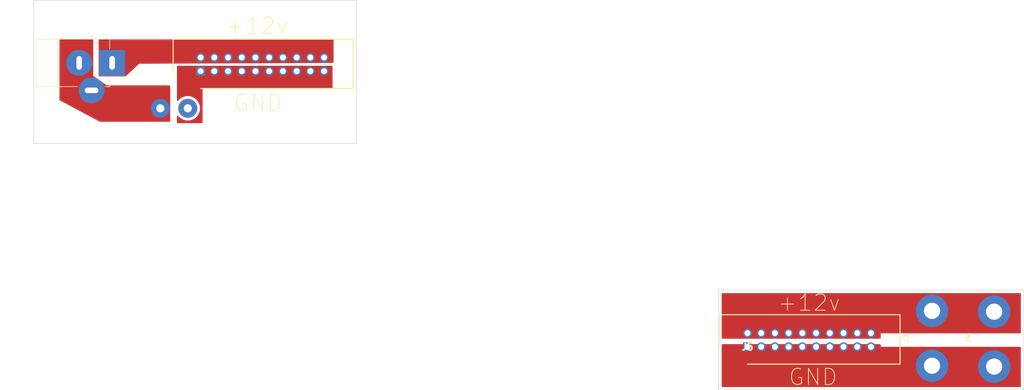
<source format=kicad_pcb>
(kicad_pcb (version 20171130) (host pcbnew "(5.1.6)-1")

  (general
    (thickness 1.6)
    (drawings 12)
    (tracks 2)
    (zones 0)
    (modules 9)
    (nets 6)
  )

  (page A4)
  (layers
    (0 F.Cu signal)
    (31 B.Cu signal)
    (32 B.Adhes user)
    (33 F.Adhes user)
    (34 B.Paste user)
    (35 F.Paste user)
    (36 B.SilkS user)
    (37 F.SilkS user)
    (38 B.Mask user)
    (39 F.Mask user)
    (40 Dwgs.User user)
    (41 Cmts.User user)
    (42 Eco1.User user)
    (43 Eco2.User user)
    (44 Edge.Cuts user)
    (45 Margin user)
    (46 B.CrtYd user)
    (47 F.CrtYd user)
    (48 B.Fab user)
    (49 F.Fab user)
  )

  (setup
    (last_trace_width 0.25)
    (trace_clearance 0.2)
    (zone_clearance 0.508)
    (zone_45_only no)
    (trace_min 0.2)
    (via_size 0.8)
    (via_drill 0.4)
    (via_min_size 0.4)
    (via_min_drill 0.3)
    (uvia_size 0.3)
    (uvia_drill 0.1)
    (uvias_allowed no)
    (uvia_min_size 0.2)
    (uvia_min_drill 0.1)
    (edge_width 0.05)
    (segment_width 0.2)
    (pcb_text_width 0.3)
    (pcb_text_size 1.5 1.5)
    (mod_edge_width 0.12)
    (mod_text_size 1 1)
    (mod_text_width 0.15)
    (pad_size 4.8 4.8)
    (pad_drill 2.54)
    (pad_to_mask_clearance 0.05)
    (aux_axis_origin 0 0)
    (visible_elements 7FFFFFFF)
    (pcbplotparams
      (layerselection 0x010fc_ffffffff)
      (usegerberextensions false)
      (usegerberattributes true)
      (usegerberadvancedattributes true)
      (creategerberjobfile true)
      (excludeedgelayer true)
      (linewidth 0.100000)
      (plotframeref false)
      (viasonmask false)
      (mode 1)
      (useauxorigin false)
      (hpglpennumber 1)
      (hpglpenspeed 20)
      (hpglpendiameter 15.000000)
      (psnegative false)
      (psa4output false)
      (plotreference true)
      (plotvalue true)
      (plotinvisibletext false)
      (padsonsilk false)
      (subtractmaskfromsilk false)
      (outputformat 1)
      (mirror false)
      (drillshape 0)
      (scaleselection 1)
      (outputdirectory "gerber_output/end_connector/"))
  )

  (net 0 "")
  (net 1 +12V)
  (net 2 "Net-(J2-Pad1)")
  (net 3 "Net-(J3-Pad1)")
  (net 4 "Net-(J3-Pad2)")
  (net 5 "Net-(J1-Pad2)")

  (net_class Default "This is the default net class."
    (clearance 0.2)
    (trace_width 0.25)
    (via_dia 0.8)
    (via_drill 0.4)
    (uvia_dia 0.3)
    (uvia_drill 0.1)
    (add_net "Net-(J1-Pad2)")
    (add_net "Net-(J2-Pad1)")
    (add_net "Net-(J3-Pad1)")
    (add_net "Net-(J3-Pad2)")
  )

  (net_class pwr ""
    (clearance 0.5)
    (trace_width 10)
    (via_dia 2)
    (via_drill 1)
    (uvia_dia 0.3)
    (uvia_drill 0.1)
    (add_net +12V)
  )

  (module Connectors:JACK_ALIM (layer F.Cu) (tedit 61BA5C43) (tstamp 61A2AA36)
    (at 26.5 23.588)
    (descr "module 1 pin (ou trou mecanique de percage)")
    (tags "CONN JACK")
    (path /61A2A5C8)
    (fp_text reference J1 (at -5.84 -5.59) (layer F.SilkS) hide
      (effects (font (size 1 1) (thickness 0.15)))
    )
    (fp_text value Jack-DC (at -11.18 5.59) (layer F.Fab)
      (effects (font (size 1 1) (thickness 0.15)))
    )
    (fp_line (start -10.15 -4.4) (end -10.15 4.4) (layer F.SilkS) (width 0.12))
    (fp_line (start -6.35 4.4) (end -14.05 4.4) (layer F.SilkS) (width 0.12))
    (fp_line (start -14.05 4.4) (end -14.05 -4.4) (layer F.SilkS) (width 0.12))
    (fp_line (start -14.05 -4.4) (end -13.85 -4.4) (layer F.SilkS) (width 0.12))
    (fp_line (start -0.45 2.55) (end -0.45 4.4) (layer F.SilkS) (width 0.12))
    (fp_line (start -0.45 4.4) (end -1.3 4.4) (layer F.SilkS) (width 0.12))
    (fp_line (start -13.95 -4.4) (end -0.45 -4.4) (layer F.SilkS) (width 0.12))
    (fp_line (start -0.45 -4.4) (end -0.45 -2.55) (layer F.SilkS) (width 0.12))
    (fp_line (start -13.21 -4.32) (end -13.97 -4.32) (layer F.Fab) (width 0.1))
    (fp_line (start -13.97 -4.32) (end -13.97 4.32) (layer F.Fab) (width 0.1))
    (fp_line (start -13.97 4.32) (end -13.21 4.32) (layer F.Fab) (width 0.1))
    (fp_line (start -10.16 -4.32) (end -10.16 4.32) (layer F.Fab) (width 0.1))
    (fp_line (start -0.51 -4.32) (end -0.51 4.32) (layer F.Fab) (width 0.1))
    (fp_line (start -13.21 4.32) (end -0.51 4.32) (layer F.Fab) (width 0.1))
    (fp_line (start -13.21 -4.32) (end -0.51 -4.32) (layer F.Fab) (width 0.1))
    (fp_line (start -14.22 -4.57) (end 2.65 -4.57) (layer F.CrtYd) (width 0.05))
    (fp_line (start -14.22 -4.57) (end -14.22 7.73) (layer F.CrtYd) (width 0.05))
    (fp_line (start 2.65 7.73) (end 2.65 -4.57) (layer F.CrtYd) (width 0.05))
    (fp_line (start 2.65 7.73) (end -14.22 7.73) (layer F.CrtYd) (width 0.05))
    (pad 2 thru_hole circle (at -6.1 0) (size 4.8 4.8) (drill oval 1.02 2.54) (layers *.Cu *.Mask)
      (net 5 "Net-(J1-Pad2)"))
    (pad 1 thru_hole rect (at 0 0) (size 4.8 4.8) (drill oval 1.02 2.54) (layers *.Cu *.Mask)
      (net 1 +12V))
    (pad 3 thru_hole circle (at -3.81 5.08) (size 4.8 4.8) (drill oval 2.54 1.02) (layers *.Cu *.Mask)
      (net 5 "Net-(J1-Pad2)"))
    (model ${KISYS3DMOD}/Connectors.3dshapes/JACK_ALIM.wrl
      (offset (xyz -6.095999908447266 0 0))
      (scale (xyz 0.8 0.8 0.8))
      (rotate (xyz 0 0 0))
    )
  )

  (module Wire_Pads:SolderWirePad_2x_1-5mmDrill (layer F.Cu) (tedit 0) (tstamp 61BA6367)
    (at 37.96 32)
    (path /61A5FD2B)
    (fp_text reference SW1 (at 0 -3.81) (layer F.SilkS) hide
      (effects (font (size 1 1) (thickness 0.15)))
    )
    (fp_text value SW_DIP_x01 (at 0.635 3.81) (layer F.Fab)
      (effects (font (size 1 1) (thickness 0.15)))
    )
    (pad 1 thru_hole circle (at -2.54 0) (size 3.50012 3.50012) (drill 1.50114) (layers *.Cu *.Mask)
      (net 5 "Net-(J1-Pad2)"))
    (pad 1 thru_hole circle (at 2.54 0) (size 3.50012 3.50012) (drill 1.50114) (layers *.Cu *.Mask)
      (net 5 "Net-(J1-Pad2)"))
  )

  (module SamacSys_Parts:SHDR20W64P254X254_2X10_3302X895X915P (layer F.Cu) (tedit 0) (tstamp 61A2AA5B)
    (at 42.88 25.128)
    (descr T821120A1S100CEU-1)
    (tags Connector)
    (path /61A2D3AE)
    (fp_text reference J2 (at 0 0) (layer F.SilkS) hide
      (effects (font (size 1.27 1.27) (thickness 0.254)))
    )
    (fp_text value T821120A1S100CEU (at 0 0) (layer F.SilkS) hide
      (effects (font (size 1.27 1.27) (thickness 0.254)))
    )
    (fp_text user %R (at 0 0) (layer F.Fab)
      (effects (font (size 1.27 1.27) (thickness 0.254)))
    )
    (fp_line (start -5.33 3.455) (end -5.33 -6.195) (layer F.CrtYd) (width 0.05))
    (fp_line (start -5.33 -6.195) (end 28.49 -6.195) (layer F.CrtYd) (width 0.05))
    (fp_line (start 28.49 -6.195) (end 28.49 3.455) (layer F.CrtYd) (width 0.05))
    (fp_line (start 28.49 3.455) (end -5.33 3.455) (layer F.CrtYd) (width 0.05))
    (fp_line (start -5.08 3.205) (end -5.08 -5.945) (layer F.Fab) (width 0.1))
    (fp_line (start -5.08 -5.945) (end 28.24 -5.945) (layer F.Fab) (width 0.1))
    (fp_line (start 28.24 -5.945) (end 28.24 3.205) (layer F.Fab) (width 0.1))
    (fp_line (start 28.24 3.205) (end -5.08 3.205) (layer F.Fab) (width 0.1))
    (fp_line (start 0 3.205) (end 28.24 3.205) (layer F.SilkS) (width 0.2))
    (fp_line (start 28.24 3.205) (end 28.24 -5.945) (layer F.SilkS) (width 0.2))
    (fp_line (start 28.24 -5.945) (end -5.08 -5.945) (layer F.SilkS) (width 0.2))
    (fp_line (start -5.08 -5.945) (end -5.08 0) (layer F.SilkS) (width 0.2))
    (pad 20 thru_hole circle (at 22.86 -2.54) (size 1.65 1.65) (drill 1.1) (layers *.Cu *.Mask)
      (net 1 +12V))
    (pad 19 thru_hole circle (at 22.86 0) (size 1.65 1.65) (drill 1.1) (layers *.Cu *.Mask)
      (net 2 "Net-(J2-Pad1)"))
    (pad 18 thru_hole circle (at 20.32 -2.54) (size 1.65 1.65) (drill 1.1) (layers *.Cu *.Mask)
      (net 1 +12V))
    (pad 17 thru_hole circle (at 20.32 0) (size 1.65 1.65) (drill 1.1) (layers *.Cu *.Mask)
      (net 2 "Net-(J2-Pad1)"))
    (pad 16 thru_hole circle (at 17.78 -2.54) (size 1.65 1.65) (drill 1.1) (layers *.Cu *.Mask)
      (net 1 +12V))
    (pad 15 thru_hole circle (at 17.78 0) (size 1.65 1.65) (drill 1.1) (layers *.Cu *.Mask)
      (net 2 "Net-(J2-Pad1)"))
    (pad 14 thru_hole circle (at 15.24 -2.54) (size 1.65 1.65) (drill 1.1) (layers *.Cu *.Mask)
      (net 1 +12V))
    (pad 13 thru_hole circle (at 15.24 0) (size 1.65 1.65) (drill 1.1) (layers *.Cu *.Mask)
      (net 2 "Net-(J2-Pad1)"))
    (pad 12 thru_hole circle (at 12.7 -2.54) (size 1.65 1.65) (drill 1.1) (layers *.Cu *.Mask)
      (net 1 +12V))
    (pad 11 thru_hole circle (at 12.7 0) (size 1.65 1.65) (drill 1.1) (layers *.Cu *.Mask)
      (net 2 "Net-(J2-Pad1)"))
    (pad 10 thru_hole circle (at 10.16 -2.54) (size 1.65 1.65) (drill 1.1) (layers *.Cu *.Mask)
      (net 1 +12V))
    (pad 9 thru_hole circle (at 10.16 0) (size 1.65 1.65) (drill 1.1) (layers *.Cu *.Mask)
      (net 2 "Net-(J2-Pad1)"))
    (pad 8 thru_hole circle (at 7.62 -2.54) (size 1.65 1.65) (drill 1.1) (layers *.Cu *.Mask)
      (net 1 +12V))
    (pad 7 thru_hole circle (at 7.62 0) (size 1.65 1.65) (drill 1.1) (layers *.Cu *.Mask)
      (net 2 "Net-(J2-Pad1)"))
    (pad 6 thru_hole circle (at 5.08 -2.54) (size 1.65 1.65) (drill 1.1) (layers *.Cu *.Mask)
      (net 1 +12V))
    (pad 5 thru_hole circle (at 5.08 0) (size 1.65 1.65) (drill 1.1) (layers *.Cu *.Mask)
      (net 2 "Net-(J2-Pad1)"))
    (pad 4 thru_hole circle (at 2.54 -2.54) (size 1.65 1.65) (drill 1.1) (layers *.Cu *.Mask)
      (net 1 +12V))
    (pad 3 thru_hole circle (at 2.54 0) (size 1.65 1.65) (drill 1.1) (layers *.Cu *.Mask)
      (net 2 "Net-(J2-Pad1)"))
    (pad 2 thru_hole circle (at 0 -2.54) (size 1.65 1.65) (drill 1.1) (layers *.Cu *.Mask)
      (net 1 +12V))
    (pad 1 thru_hole rect (at 0 0) (size 1.65 1.65) (drill 1.1) (layers *.Cu *.Mask)
      (net 2 "Net-(J2-Pad1)"))
    (model C:\SamacSys_PCB_Library\KiCad\SamacSys_Parts.3dshapes\T821120A1S100CEU.stp
      (at (xyz 0 0 0))
      (scale (xyz 1 1 1))
      (rotate (xyz 0 0 0))
    )
  )

  (module Mounting_Holes:MountingHole_2.7mm_M2.5 (layer F.Cu) (tedit 56D1B4CB) (tstamp 61BA55DB)
    (at 68.75 35)
    (descr "Mounting Hole 2.7mm, no annular, M2.5")
    (tags "mounting hole 2.7mm no annular m2.5")
    (attr virtual)
    (fp_text reference REF** (at 0 -3.7) (layer F.SilkS) hide
      (effects (font (size 1 1) (thickness 0.15)))
    )
    (fp_text value MountingHole_2.7mm_M2.5 (at 0 3.7) (layer F.Fab)
      (effects (font (size 1 1) (thickness 0.15)))
    )
    (fp_circle (center 0 0) (end 2.95 0) (layer F.CrtYd) (width 0.05))
    (fp_circle (center 0 0) (end 2.7 0) (layer Cmts.User) (width 0.15))
    (fp_text user %R (at 0.3 0) (layer F.Fab)
      (effects (font (size 1 1) (thickness 0.15)))
    )
    (pad 1 np_thru_hole circle (at 0 0) (size 2.7 2.7) (drill 2.7) (layers *.Cu *.Mask))
  )

  (module Mounting_Holes:MountingHole_2.7mm_M2.5 (layer F.Cu) (tedit 56D1B4CB) (tstamp 61BA55DB)
    (at 16 35)
    (descr "Mounting Hole 2.7mm, no annular, M2.5")
    (tags "mounting hole 2.7mm no annular m2.5")
    (attr virtual)
    (fp_text reference REF** (at 0 -3.7) (layer F.SilkS) hide
      (effects (font (size 1 1) (thickness 0.15)))
    )
    (fp_text value MountingHole_2.7mm_M2.5 (at 0 3.7) (layer F.Fab)
      (effects (font (size 1 1) (thickness 0.15)))
    )
    (fp_text user %R (at 0.3 0) (layer F.Fab)
      (effects (font (size 1 1) (thickness 0.15)))
    )
    (fp_circle (center 0 0) (end 2.7 0) (layer Cmts.User) (width 0.15))
    (fp_circle (center 0 0) (end 2.95 0) (layer F.CrtYd) (width 0.05))
    (pad 1 np_thru_hole circle (at 0 0) (size 2.7 2.7) (drill 2.7) (layers *.Cu *.Mask))
  )

  (module Mounting_Holes:MountingHole_2.7mm_M2.5 (layer F.Cu) (tedit 56D1B4CB) (tstamp 61BA55C4)
    (at 15.938 15.192)
    (descr "Mounting Hole 2.7mm, no annular, M2.5")
    (tags "mounting hole 2.7mm no annular m2.5")
    (attr virtual)
    (fp_text reference REF** (at 0 -3.7) (layer F.SilkS) hide
      (effects (font (size 1 1) (thickness 0.15)))
    )
    (fp_text value MountingHole_2.7mm_M2.5 (at 0 3.7) (layer F.Fab)
      (effects (font (size 1 1) (thickness 0.15)))
    )
    (fp_text user %R (at 0.3 0) (layer F.Fab)
      (effects (font (size 1 1) (thickness 0.15)))
    )
    (fp_circle (center 0 0) (end 2.7 0) (layer Cmts.User) (width 0.15))
    (fp_circle (center 0 0) (end 2.95 0) (layer F.CrtYd) (width 0.05))
    (pad 1 np_thru_hole circle (at 0 0) (size 2.7 2.7) (drill 2.7) (layers *.Cu *.Mask))
  )

  (module connectors:solder_wire_pad-2x1-1mm_separate_nets (layer F.Cu) (tedit 61A2B418) (tstamp 61A2CBC2)
    (at 187.236 74.734 90)
    (path /61AB4B2F)
    (fp_text reference J4 (at 0 -2.225 90) (layer F.SilkS)
      (effects (font (size 1 1) (thickness 0.15)))
    )
    (fp_text value Conn_01x02_Female (at 0 -0.5 90) (layer F.Fab)
      (effects (font (size 1 1) (thickness 0.15)))
    )
    (pad 2 thru_hole circle (at 5.08 2.54 90) (size 6 6) (drill 3) (layers *.Cu *.Mask)
      (net 4 "Net-(J3-Pad2)"))
    (pad 1 thru_hole circle (at -5.08 2.54 90) (size 6 6) (drill 3) (layers *.Cu *.Mask)
      (net 3 "Net-(J3-Pad1)"))
  )

  (module connectors:solder_wire_pad-2x1-1mm_separate_nets (layer F.Cu) (tedit 61A2B418) (tstamp 61A2CBBC)
    (at 175.736 74.574 90)
    (path /61A86E2D)
    (fp_text reference J3 (at 0 -2.225 90) (layer F.SilkS)
      (effects (font (size 1 1) (thickness 0.15)))
    )
    (fp_text value Conn_01x02_Female (at 0 -0.5 90) (layer F.Fab)
      (effects (font (size 1 1) (thickness 0.15)))
    )
    (pad 2 thru_hole circle (at 5.08 2.54 90) (size 6 6) (drill 3) (layers *.Cu *.Mask)
      (net 4 "Net-(J3-Pad2)"))
    (pad 1 thru_hole circle (at -5.08 2.54 90) (size 6 6) (drill 3) (layers *.Cu *.Mask)
      (net 3 "Net-(J3-Pad1)"))
  )

  (module SamacSys_Parts:SHDR20W64P254X254_2X10_3302X895X915P (layer F.Cu) (tedit 0) (tstamp 61A2AA80)
    (at 144.116 76.154)
    (descr T821120A1S100CEU-1)
    (tags Connector)
    (path /61A5CFE0)
    (fp_text reference J5 (at 0 0) (layer F.SilkS)
      (effects (font (size 1.27 1.27) (thickness 0.254)))
    )
    (fp_text value T821120A1S100CEU (at 0 0) (layer F.SilkS) hide
      (effects (font (size 1.27 1.27) (thickness 0.254)))
    )
    (fp_text user %R (at 0 0) (layer F.Fab)
      (effects (font (size 1.27 1.27) (thickness 0.254)))
    )
    (fp_line (start -5.33 3.455) (end -5.33 -6.195) (layer F.CrtYd) (width 0.05))
    (fp_line (start -5.33 -6.195) (end 28.49 -6.195) (layer F.CrtYd) (width 0.05))
    (fp_line (start 28.49 -6.195) (end 28.49 3.455) (layer F.CrtYd) (width 0.05))
    (fp_line (start 28.49 3.455) (end -5.33 3.455) (layer F.CrtYd) (width 0.05))
    (fp_line (start -5.08 3.205) (end -5.08 -5.945) (layer F.Fab) (width 0.1))
    (fp_line (start -5.08 -5.945) (end 28.24 -5.945) (layer F.Fab) (width 0.1))
    (fp_line (start 28.24 -5.945) (end 28.24 3.205) (layer F.Fab) (width 0.1))
    (fp_line (start 28.24 3.205) (end -5.08 3.205) (layer F.Fab) (width 0.1))
    (fp_line (start 0 3.205) (end 28.24 3.205) (layer F.SilkS) (width 0.2))
    (fp_line (start 28.24 3.205) (end 28.24 -5.945) (layer F.SilkS) (width 0.2))
    (fp_line (start 28.24 -5.945) (end -5.08 -5.945) (layer F.SilkS) (width 0.2))
    (fp_line (start -5.08 -5.945) (end -5.08 0) (layer F.SilkS) (width 0.2))
    (pad 20 thru_hole circle (at 22.86 -2.54) (size 1.65 1.65) (drill 1.1) (layers *.Cu *.Mask)
      (net 4 "Net-(J3-Pad2)"))
    (pad 19 thru_hole circle (at 22.86 0) (size 1.65 1.65) (drill 1.1) (layers *.Cu *.Mask)
      (net 3 "Net-(J3-Pad1)"))
    (pad 18 thru_hole circle (at 20.32 -2.54) (size 1.65 1.65) (drill 1.1) (layers *.Cu *.Mask)
      (net 4 "Net-(J3-Pad2)"))
    (pad 17 thru_hole circle (at 20.32 0) (size 1.65 1.65) (drill 1.1) (layers *.Cu *.Mask)
      (net 3 "Net-(J3-Pad1)"))
    (pad 16 thru_hole circle (at 17.78 -2.54) (size 1.65 1.65) (drill 1.1) (layers *.Cu *.Mask)
      (net 4 "Net-(J3-Pad2)"))
    (pad 15 thru_hole circle (at 17.78 0) (size 1.65 1.65) (drill 1.1) (layers *.Cu *.Mask)
      (net 3 "Net-(J3-Pad1)"))
    (pad 14 thru_hole circle (at 15.24 -2.54) (size 1.65 1.65) (drill 1.1) (layers *.Cu *.Mask)
      (net 4 "Net-(J3-Pad2)"))
    (pad 13 thru_hole circle (at 15.24 0) (size 1.65 1.65) (drill 1.1) (layers *.Cu *.Mask)
      (net 3 "Net-(J3-Pad1)"))
    (pad 12 thru_hole circle (at 12.7 -2.54) (size 1.65 1.65) (drill 1.1) (layers *.Cu *.Mask)
      (net 4 "Net-(J3-Pad2)"))
    (pad 11 thru_hole circle (at 12.7 0) (size 1.65 1.65) (drill 1.1) (layers *.Cu *.Mask)
      (net 3 "Net-(J3-Pad1)"))
    (pad 10 thru_hole circle (at 10.16 -2.54) (size 1.65 1.65) (drill 1.1) (layers *.Cu *.Mask)
      (net 4 "Net-(J3-Pad2)"))
    (pad 9 thru_hole circle (at 10.16 0) (size 1.65 1.65) (drill 1.1) (layers *.Cu *.Mask)
      (net 3 "Net-(J3-Pad1)"))
    (pad 8 thru_hole circle (at 7.62 -2.54) (size 1.65 1.65) (drill 1.1) (layers *.Cu *.Mask)
      (net 4 "Net-(J3-Pad2)"))
    (pad 7 thru_hole circle (at 7.62 0) (size 1.65 1.65) (drill 1.1) (layers *.Cu *.Mask)
      (net 3 "Net-(J3-Pad1)"))
    (pad 6 thru_hole circle (at 5.08 -2.54) (size 1.65 1.65) (drill 1.1) (layers *.Cu *.Mask)
      (net 4 "Net-(J3-Pad2)"))
    (pad 5 thru_hole circle (at 5.08 0) (size 1.65 1.65) (drill 1.1) (layers *.Cu *.Mask)
      (net 3 "Net-(J3-Pad1)"))
    (pad 4 thru_hole circle (at 2.54 -2.54) (size 1.65 1.65) (drill 1.1) (layers *.Cu *.Mask)
      (net 4 "Net-(J3-Pad2)"))
    (pad 3 thru_hole circle (at 2.54 0) (size 1.65 1.65) (drill 1.1) (layers *.Cu *.Mask)
      (net 3 "Net-(J3-Pad1)"))
    (pad 2 thru_hole circle (at 0 -2.54) (size 1.65 1.65) (drill 1.1) (layers *.Cu *.Mask)
      (net 4 "Net-(J3-Pad2)"))
    (pad 1 thru_hole rect (at 0 0) (size 1.65 1.65) (drill 1.1) (layers *.Cu *.Mask)
      (net 3 "Net-(J3-Pad1)"))
    (model C:\SamacSys_PCB_Library\KiCad\SamacSys_Parts.3dshapes\T821120A1S100CEU.stp
      (at (xyz 0 0 0))
      (scale (xyz 1 1 1))
      (rotate (xyz 0 0 0))
    )
  )

  (gr_text GND (at 53.5 31) (layer F.SilkS)
    (effects (font (size 3 3) (thickness 0.15)))
  )
  (gr_line (start 71.75 38.5) (end 12 38.5) (layer Edge.Cuts) (width 0.1))
  (gr_line (start 12 12) (end 71.75 12) (layer Edge.Cuts) (width 0.1))
  (gr_line (start 12 38.5) (end 12 12) (layer Edge.Cuts) (width 0.1))
  (gr_line (start 71.75 12) (end 71.75 38.5) (layer Edge.Cuts) (width 0.1))
  (gr_text +12v (at 53.25 16.75) (layer F.SilkS)
    (effects (font (size 3 3) (thickness 0.15)))
  )
  (gr_text GND (at 156.25 81.75) (layer F.SilkS) (tstamp 61BA6505)
    (effects (font (size 3 3) (thickness 0.15)))
  )
  (gr_text +12v (at 155.5 68) (layer F.SilkS) (tstamp 61BA650A)
    (effects (font (size 3 3) (thickness 0.15)))
  )
  (gr_line (start 138.776 65.654) (end 195.276 65.654) (layer Edge.Cuts) (width 0.1))
  (gr_line (start 195.276 65.654) (end 195.276 84.154) (layer Edge.Cuts) (width 0.1))
  (gr_line (start 195.276 84.154) (end 138.776 84.154) (layer Edge.Cuts) (width 0.1))
  (gr_line (start 138.776 84.154) (end 138.776 65.654) (layer Edge.Cuts) (width 0.1))

  (segment (start 26.5 22.588) (end 27 23.088) (width 0.25) (layer F.Cu) (net 1))
  (segment (start 26.5 23.588) (end 26.5 22.588) (width 0.25) (layer F.Cu) (net 1))

  (zone (net 4) (net_name "Net-(J3-Pad2)") (layer F.Cu) (tstamp 61BA66B7) (hatch edge 0.508)
    (connect_pads yes (clearance 0.508))
    (min_thickness 0.254)
    (fill yes (arc_segments 32) (thermal_gap 0.508) (thermal_bridge_width 0.508))
    (polygon
      (pts
        (xy 195.276 73.654) (xy 168.776 73.654) (xy 168.776 74.654) (xy 138.776 74.654) (xy 138.776 65.654)
        (xy 195.276 65.654)
      )
    )
    (filled_polygon
      (pts
        (xy 194.591 73.527) (xy 168.776 73.527) (xy 168.751224 73.52944) (xy 168.727399 73.536667) (xy 168.705443 73.548403)
        (xy 168.686197 73.564197) (xy 168.670403 73.583443) (xy 168.658667 73.605399) (xy 168.65144 73.629224) (xy 168.649 73.654)
        (xy 168.649 74.527) (xy 139.461 74.527) (xy 139.461 66.339) (xy 194.591 66.339)
      )
    )
  )
  (zone (net 3) (net_name "Net-(J3-Pad1)") (layer F.Cu) (tstamp 61BA66B4) (hatch edge 0.508)
    (connect_pads yes (clearance 0.508))
    (min_thickness 0.254)
    (fill yes (arc_segments 32) (thermal_gap 0.508) (thermal_bridge_width 0.508))
    (polygon
      (pts
        (xy 168.776 76.154) (xy 195.276 76.154) (xy 195.276 84.154) (xy 138.776 84.154) (xy 138.776 75.654)
        (xy 168.776 75.654)
      )
    )
    (filled_polygon
      (pts
        (xy 168.649 76.154) (xy 168.65144 76.178776) (xy 168.658667 76.202601) (xy 168.670403 76.224557) (xy 168.686197 76.243803)
        (xy 168.705443 76.259597) (xy 168.727399 76.271333) (xy 168.751224 76.27856) (xy 168.776 76.281) (xy 194.591001 76.281)
        (xy 194.591001 83.469) (xy 139.461 83.469) (xy 139.461 75.781) (xy 168.649 75.781)
      )
    )
  )
  (zone (net 5) (net_name "Net-(J1-Pad2)") (layer F.Cu) (tstamp 61BA6532) (hatch edge 0.508)
    (connect_pads yes (clearance 0.508))
    (min_thickness 0.254)
    (fill yes (arc_segments 32) (thermal_gap 0.508) (thermal_bridge_width 0.508))
    (polygon
      (pts
        (xy 23 26) (xy 25.5 27.75) (xy 37.25 27.75) (xy 37.25 34.5) (xy 24.25 34.5)
        (xy 16.75 30.5) (xy 16.75 19.25) (xy 23 19.25)
      )
    )
    (filled_polygon
      (pts
        (xy 22.873 26) (xy 22.87544 26.024776) (xy 22.882667 26.048601) (xy 22.894403 26.070557) (xy 22.910197 26.089803)
        (xy 22.92717 26.104042) (xy 25.42717 27.854042) (xy 25.448867 27.866252) (xy 25.472529 27.873993) (xy 25.5 27.877)
        (xy 37.123 27.877) (xy 37.123 34.373) (xy 24.281751 34.373) (xy 16.877 30.4238) (xy 16.877 19.377)
        (xy 22.873 19.377)
      )
    )
  )
  (zone (net 2) (net_name "Net-(J2-Pad1)") (layer F.Cu) (tstamp 61BA652F) (hatch edge 0.508)
    (connect_pads yes (clearance 0.508))
    (min_thickness 0.254)
    (fill yes (arc_segments 32) (thermal_gap 0.508) (thermal_bridge_width 0.508))
    (polygon
      (pts
        (xy 67.31 28.25) (xy 43.2495 28.25) (xy 43.2505 34.75) (xy 38.501 34.75) (xy 38.5 24.13)
        (xy 67.31 24.13)
      )
    )
    (filled_polygon
      (pts
        (xy 67.183 28.123) (xy 43.2495 28.123) (xy 43.224724 28.12544) (xy 43.200899 28.132667) (xy 43.178943 28.144403)
        (xy 43.159697 28.160197) (xy 43.143903 28.179443) (xy 43.132167 28.201399) (xy 43.12494 28.225224) (xy 43.1225 28.25002)
        (xy 43.12348 34.623) (xy 38.627988 34.623) (xy 38.627881 33.491171) (xy 38.647403 33.520387) (xy 38.979613 33.852597)
        (xy 39.370251 34.113613) (xy 39.804304 34.293403) (xy 40.265092 34.38506) (xy 40.734908 34.38506) (xy 41.195696 34.293403)
        (xy 41.629749 34.113613) (xy 42.020387 33.852597) (xy 42.352597 33.520387) (xy 42.613613 33.129749) (xy 42.793403 32.695696)
        (xy 42.88506 32.234908) (xy 42.88506 31.765092) (xy 42.793403 31.304304) (xy 42.613613 30.870251) (xy 42.352597 30.479613)
        (xy 42.020387 30.147403) (xy 41.629749 29.886387) (xy 41.195696 29.706597) (xy 40.734908 29.61494) (xy 40.265092 29.61494)
        (xy 39.804304 29.706597) (xy 39.370251 29.886387) (xy 38.979613 30.147403) (xy 38.647403 30.479613) (xy 38.627601 30.509249)
        (xy 38.627012 24.257) (xy 67.183 24.257)
      )
    )
  )
  (zone (net 1) (net_name +12V) (layer F.Cu) (tstamp 61BA652C) (hatch edge 0.508)
    (connect_pads yes (clearance 0.508))
    (min_thickness 0.254)
    (fill yes (arc_segments 32) (thermal_gap 0.508) (thermal_bridge_width 0.508))
    (polygon
      (pts
        (xy 67.5 23.588) (xy 31.5 23.75) (xy 29 26.088) (xy 24 26.088) (xy 24 19.25)
        (xy 67.5 19.25)
      )
    )
    (filled_polygon
      (pts
        (xy 67.373 23.46157) (xy 31.499429 23.623001) (xy 31.474663 23.625553) (xy 31.450872 23.632887) (xy 31.428968 23.644722)
        (xy 31.413253 23.657242) (xy 28.949868 25.961) (xy 24.127 25.961) (xy 24.127 19.377) (xy 67.373 19.377)
      )
    )
  )
)

</source>
